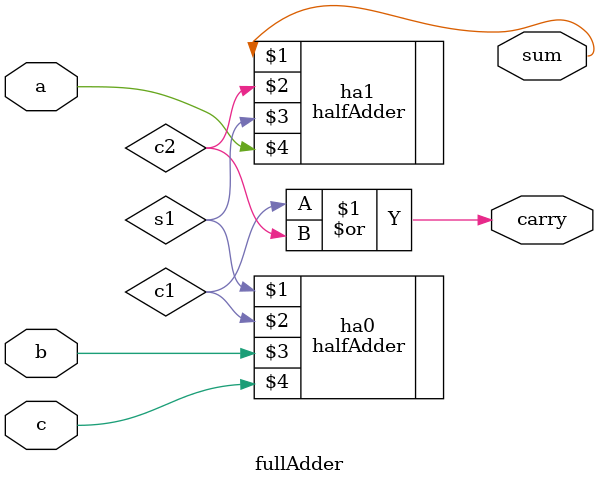
<source format=v>
/**
 * Full adder. Computes sum, the least significant bit of 
 * a + b + c, and carry, the most significant bit of a + b + c.
 *
 * Adapted from the book "The Elements of Computing Systems" by
 * Nisan and Schocken, MIT Press.
 */
 
module fullAdder(
  output sum, carry,
  input a, b, c);
  
  wire s1, c1, c2;
  
  halfAdder
    ha0(s1, c1, b, c),
    ha1(sum, c2, s1, a);
  
  or
    or0(carry, c1, c2);
    
endmodule
</source>
